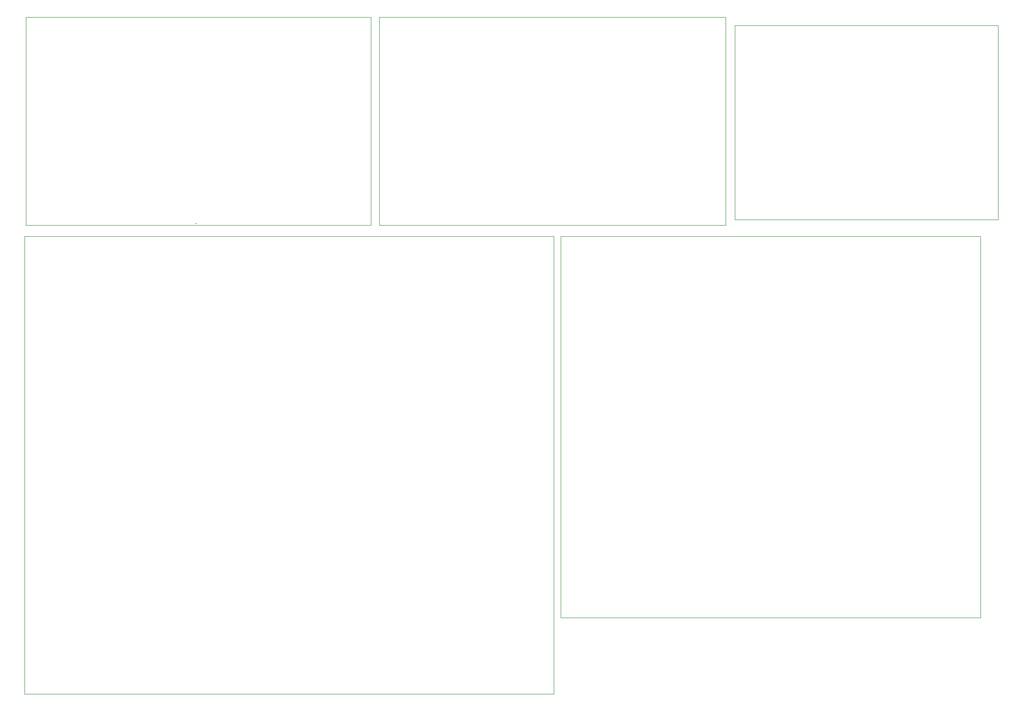
<source format=gbr>
%TF.GenerationSoftware,KiCad,Pcbnew,8.0.2*%
%TF.CreationDate,2025-05-09T17:21:55+03:00*%
%TF.ProjectId,Station,53746174-696f-46e2-9e6b-696361645f70,rev?*%
%TF.SameCoordinates,Original*%
%TF.FileFunction,Profile,NP*%
%FSLAX46Y46*%
G04 Gerber Fmt 4.6, Leading zero omitted, Abs format (unit mm)*
G04 Created by KiCad (PCBNEW 8.0.2) date 2025-05-09 17:21:55*
%MOMM*%
%LPD*%
G01*
G04 APERTURE LIST*
%TA.AperFunction,Profile*%
%ADD10C,0.100000*%
%TD*%
G04 APERTURE END LIST*
D10*
X152400000Y-56642000D02*
X88900000Y-56642000D01*
X87376000Y-56642000D02*
X24130000Y-56642000D01*
X122174000Y-58674000D02*
X199136000Y-58674000D01*
X120904000Y-142494000D02*
X23876000Y-142494000D01*
X87376000Y-18542000D02*
X87376000Y-56642000D01*
X152400000Y-18542000D02*
X152400000Y-56642000D01*
X154097250Y-20066000D02*
X202357250Y-20066000D01*
X23876000Y-58674000D02*
X24130000Y-58674000D01*
X122174000Y-128524000D02*
X122174000Y-58674000D01*
X88900000Y-18542000D02*
X152400000Y-18542000D01*
X24130000Y-18542000D02*
X87376000Y-18542000D01*
X23876000Y-142494000D02*
X23876000Y-58674000D01*
X202357250Y-55626000D02*
X154097250Y-55626000D01*
X199136000Y-128524000D02*
X122428000Y-128524000D01*
X122428000Y-128524000D02*
X122174000Y-128524000D01*
X24130000Y-58674000D02*
X120904000Y-58674000D01*
X88900000Y-56642000D02*
X88900000Y-18542000D01*
X120904000Y-58674000D02*
X120904000Y-142494000D01*
X199136000Y-58674000D02*
X199136000Y-128524000D01*
X202357250Y-20066000D02*
X202357250Y-55626000D01*
X154097250Y-55626000D02*
X154097250Y-20066000D01*
X55372000Y-56304000D02*
X55118000Y-56304000D01*
X24130000Y-56642000D02*
X24130000Y-18542000D01*
M02*

</source>
